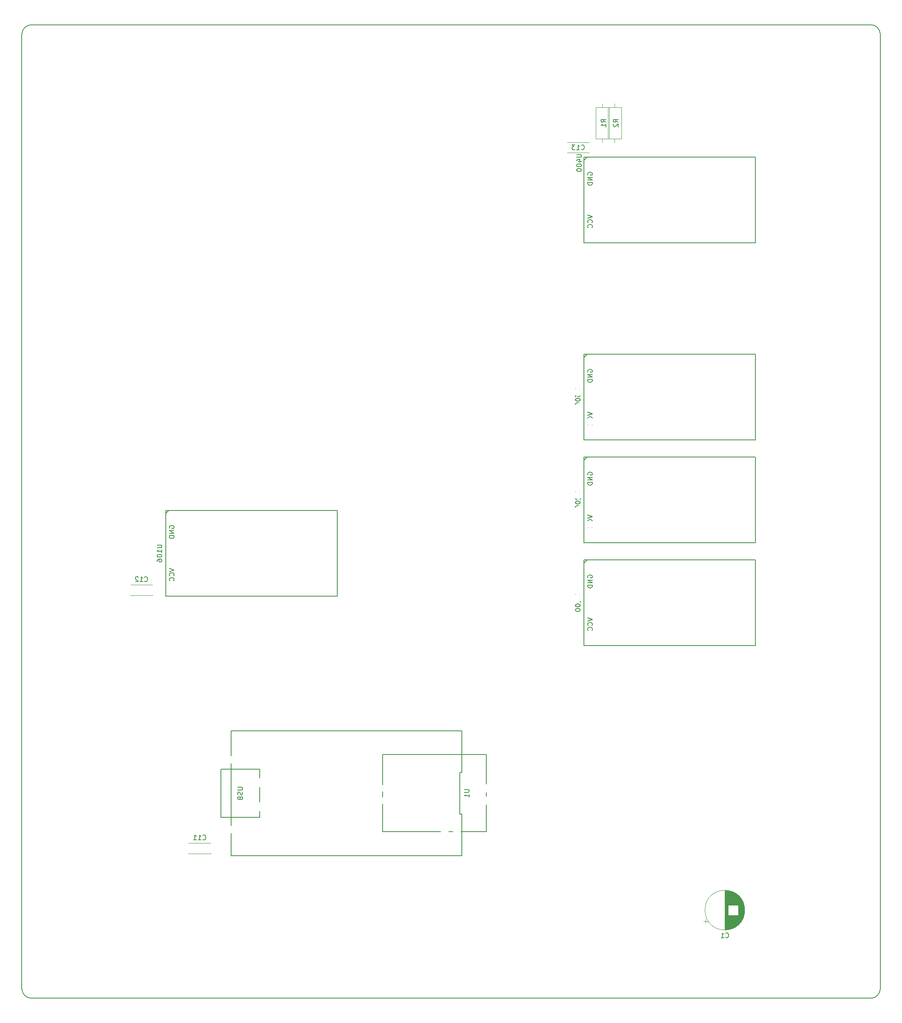
<source format=gbo>
%TF.GenerationSoftware,KiCad,Pcbnew,5.0.2-bee76a0~70~ubuntu18.10.1*%
%TF.CreationDate,2019-03-18T09:29:53+01:00*%
%TF.ProjectId,DesignData,44657369-676e-4446-9174-612e6b696361,rev?*%
%TF.SameCoordinates,PX73a20d0PYd2b6df0*%
%TF.FileFunction,Legend,Bot*%
%TF.FilePolarity,Positive*%
%FSLAX46Y46*%
G04 Gerber Fmt 4.6, Leading zero omitted, Abs format (unit mm)*
G04 Created by KiCad (PCBNEW 5.0.2-bee76a0~70~ubuntu18.10.1) date Mo 18 Mär 2019 09:29:53 CET*
%MOMM*%
%LPD*%
G01*
G04 APERTURE LIST*
%ADD10C,0.150000*%
%ADD11C,0.120000*%
%ADD12C,3.300000*%
%ADD13C,2.300000*%
%ADD14C,1.700000*%
%ADD15O,1.700000X1.700000*%
%ADD16C,1.800000*%
%ADD17R,1.700000X1.700000*%
%ADD18O,1.300000X2.100000*%
%ADD19O,1.500000X2.100000*%
G04 APERTURE END LIST*
D10*
X178000000Y2000000D02*
G75*
G02X176000000Y0I-2000000J0D01*
G01*
X176000000Y202000000D02*
G75*
G02X178000000Y200000000I0J-2000000D01*
G01*
X0Y200000000D02*
G75*
G02X2000000Y202000000I2000000J0D01*
G01*
X2000000Y0D02*
G75*
G02X0Y2000000I0J2000000D01*
G01*
X0Y200000000D02*
X0Y2000000D01*
X176000000Y202000000D02*
X2000000Y202000000D01*
X178000000Y2000000D02*
X178000000Y200000000D01*
X2000000Y0D02*
X176000000Y0D01*
D11*
%TO.C,R1*%
X120396000Y177570000D02*
X120396000Y178340000D01*
X120396000Y185650000D02*
X120396000Y184880000D01*
X119026000Y178340000D02*
X119026000Y184880000D01*
X121766000Y178340000D02*
X119026000Y178340000D01*
X121766000Y184880000D02*
X121766000Y178340000D01*
X119026000Y184880000D02*
X121766000Y184880000D01*
%TO.C,R2*%
X121566000Y184880000D02*
X124306000Y184880000D01*
X124306000Y184880000D02*
X124306000Y178340000D01*
X124306000Y178340000D02*
X121566000Y178340000D01*
X121566000Y178340000D02*
X121566000Y184880000D01*
X122936000Y185650000D02*
X122936000Y184880000D01*
X122936000Y177570000D02*
X122936000Y178340000D01*
%TO.C,C1*%
X149888000Y18288000D02*
G75*
G03X149888000Y18288000I-4120000J0D01*
G01*
X145768000Y14208000D02*
X145768000Y22368000D01*
X145808000Y14208000D02*
X145808000Y22368000D01*
X145848000Y14208000D02*
X145848000Y22368000D01*
X145888000Y14209000D02*
X145888000Y22367000D01*
X145928000Y14211000D02*
X145928000Y22365000D01*
X145968000Y14212000D02*
X145968000Y22364000D01*
X146008000Y14214000D02*
X146008000Y22362000D01*
X146048000Y14217000D02*
X146048000Y22359000D01*
X146088000Y14220000D02*
X146088000Y22356000D01*
X146128000Y14223000D02*
X146128000Y22353000D01*
X146168000Y14227000D02*
X146168000Y22349000D01*
X146208000Y14231000D02*
X146208000Y22345000D01*
X146248000Y14236000D02*
X146248000Y22340000D01*
X146288000Y14240000D02*
X146288000Y22336000D01*
X146328000Y14246000D02*
X146328000Y22330000D01*
X146368000Y14251000D02*
X146368000Y22325000D01*
X146408000Y14258000D02*
X146408000Y22318000D01*
X146448000Y14264000D02*
X146448000Y22312000D01*
X146489000Y14271000D02*
X146489000Y17248000D01*
X146489000Y19328000D02*
X146489000Y22305000D01*
X146529000Y14278000D02*
X146529000Y17248000D01*
X146529000Y19328000D02*
X146529000Y22298000D01*
X146569000Y14286000D02*
X146569000Y17248000D01*
X146569000Y19328000D02*
X146569000Y22290000D01*
X146609000Y14294000D02*
X146609000Y17248000D01*
X146609000Y19328000D02*
X146609000Y22282000D01*
X146649000Y14303000D02*
X146649000Y17248000D01*
X146649000Y19328000D02*
X146649000Y22273000D01*
X146689000Y14312000D02*
X146689000Y17248000D01*
X146689000Y19328000D02*
X146689000Y22264000D01*
X146729000Y14321000D02*
X146729000Y17248000D01*
X146729000Y19328000D02*
X146729000Y22255000D01*
X146769000Y14331000D02*
X146769000Y17248000D01*
X146769000Y19328000D02*
X146769000Y22245000D01*
X146809000Y14341000D02*
X146809000Y17248000D01*
X146809000Y19328000D02*
X146809000Y22235000D01*
X146849000Y14352000D02*
X146849000Y17248000D01*
X146849000Y19328000D02*
X146849000Y22224000D01*
X146889000Y14363000D02*
X146889000Y17248000D01*
X146889000Y19328000D02*
X146889000Y22213000D01*
X146929000Y14374000D02*
X146929000Y17248000D01*
X146929000Y19328000D02*
X146929000Y22202000D01*
X146969000Y14386000D02*
X146969000Y17248000D01*
X146969000Y19328000D02*
X146969000Y22190000D01*
X147009000Y14399000D02*
X147009000Y17248000D01*
X147009000Y19328000D02*
X147009000Y22177000D01*
X147049000Y14411000D02*
X147049000Y17248000D01*
X147049000Y19328000D02*
X147049000Y22165000D01*
X147089000Y14425000D02*
X147089000Y17248000D01*
X147089000Y19328000D02*
X147089000Y22151000D01*
X147129000Y14438000D02*
X147129000Y17248000D01*
X147129000Y19328000D02*
X147129000Y22138000D01*
X147169000Y14453000D02*
X147169000Y17248000D01*
X147169000Y19328000D02*
X147169000Y22123000D01*
X147209000Y14467000D02*
X147209000Y17248000D01*
X147209000Y19328000D02*
X147209000Y22109000D01*
X147249000Y14483000D02*
X147249000Y17248000D01*
X147249000Y19328000D02*
X147249000Y22093000D01*
X147289000Y14498000D02*
X147289000Y17248000D01*
X147289000Y19328000D02*
X147289000Y22078000D01*
X147329000Y14514000D02*
X147329000Y17248000D01*
X147329000Y19328000D02*
X147329000Y22062000D01*
X147369000Y14531000D02*
X147369000Y17248000D01*
X147369000Y19328000D02*
X147369000Y22045000D01*
X147409000Y14548000D02*
X147409000Y17248000D01*
X147409000Y19328000D02*
X147409000Y22028000D01*
X147449000Y14566000D02*
X147449000Y17248000D01*
X147449000Y19328000D02*
X147449000Y22010000D01*
X147489000Y14584000D02*
X147489000Y17248000D01*
X147489000Y19328000D02*
X147489000Y21992000D01*
X147529000Y14602000D02*
X147529000Y17248000D01*
X147529000Y19328000D02*
X147529000Y21974000D01*
X147569000Y14622000D02*
X147569000Y17248000D01*
X147569000Y19328000D02*
X147569000Y21954000D01*
X147609000Y14641000D02*
X147609000Y17248000D01*
X147609000Y19328000D02*
X147609000Y21935000D01*
X147649000Y14661000D02*
X147649000Y17248000D01*
X147649000Y19328000D02*
X147649000Y21915000D01*
X147689000Y14682000D02*
X147689000Y17248000D01*
X147689000Y19328000D02*
X147689000Y21894000D01*
X147729000Y14704000D02*
X147729000Y17248000D01*
X147729000Y19328000D02*
X147729000Y21872000D01*
X147769000Y14726000D02*
X147769000Y17248000D01*
X147769000Y19328000D02*
X147769000Y21850000D01*
X147809000Y14748000D02*
X147809000Y17248000D01*
X147809000Y19328000D02*
X147809000Y21828000D01*
X147849000Y14771000D02*
X147849000Y17248000D01*
X147849000Y19328000D02*
X147849000Y21805000D01*
X147889000Y14795000D02*
X147889000Y17248000D01*
X147889000Y19328000D02*
X147889000Y21781000D01*
X147929000Y14819000D02*
X147929000Y17248000D01*
X147929000Y19328000D02*
X147929000Y21757000D01*
X147969000Y14844000D02*
X147969000Y17248000D01*
X147969000Y19328000D02*
X147969000Y21732000D01*
X148009000Y14870000D02*
X148009000Y17248000D01*
X148009000Y19328000D02*
X148009000Y21706000D01*
X148049000Y14896000D02*
X148049000Y17248000D01*
X148049000Y19328000D02*
X148049000Y21680000D01*
X148089000Y14923000D02*
X148089000Y17248000D01*
X148089000Y19328000D02*
X148089000Y21653000D01*
X148129000Y14950000D02*
X148129000Y17248000D01*
X148129000Y19328000D02*
X148129000Y21626000D01*
X148169000Y14979000D02*
X148169000Y17248000D01*
X148169000Y19328000D02*
X148169000Y21597000D01*
X148209000Y15008000D02*
X148209000Y17248000D01*
X148209000Y19328000D02*
X148209000Y21568000D01*
X148249000Y15038000D02*
X148249000Y17248000D01*
X148249000Y19328000D02*
X148249000Y21538000D01*
X148289000Y15068000D02*
X148289000Y17248000D01*
X148289000Y19328000D02*
X148289000Y21508000D01*
X148329000Y15099000D02*
X148329000Y17248000D01*
X148329000Y19328000D02*
X148329000Y21477000D01*
X148369000Y15132000D02*
X148369000Y17248000D01*
X148369000Y19328000D02*
X148369000Y21444000D01*
X148409000Y15164000D02*
X148409000Y17248000D01*
X148409000Y19328000D02*
X148409000Y21412000D01*
X148449000Y15198000D02*
X148449000Y17248000D01*
X148449000Y19328000D02*
X148449000Y21378000D01*
X148489000Y15233000D02*
X148489000Y17248000D01*
X148489000Y19328000D02*
X148489000Y21343000D01*
X148529000Y15269000D02*
X148529000Y17248000D01*
X148529000Y19328000D02*
X148529000Y21307000D01*
X148569000Y15305000D02*
X148569000Y21271000D01*
X148609000Y15343000D02*
X148609000Y21233000D01*
X148649000Y15381000D02*
X148649000Y21195000D01*
X148689000Y15421000D02*
X148689000Y21155000D01*
X148729000Y15462000D02*
X148729000Y21114000D01*
X148769000Y15504000D02*
X148769000Y21072000D01*
X148809000Y15547000D02*
X148809000Y21029000D01*
X148849000Y15591000D02*
X148849000Y20985000D01*
X148889000Y15637000D02*
X148889000Y20939000D01*
X148929000Y15684000D02*
X148929000Y20892000D01*
X148969000Y15732000D02*
X148969000Y20844000D01*
X149009000Y15783000D02*
X149009000Y20793000D01*
X149049000Y15834000D02*
X149049000Y20742000D01*
X149089000Y15888000D02*
X149089000Y20688000D01*
X149129000Y15943000D02*
X149129000Y20633000D01*
X149169000Y16001000D02*
X149169000Y20575000D01*
X149209000Y16060000D02*
X149209000Y20516000D01*
X149249000Y16122000D02*
X149249000Y20454000D01*
X149289000Y16186000D02*
X149289000Y20390000D01*
X149329000Y16254000D02*
X149329000Y20322000D01*
X149369000Y16324000D02*
X149369000Y20252000D01*
X149409000Y16398000D02*
X149409000Y20178000D01*
X149449000Y16475000D02*
X149449000Y20101000D01*
X149489000Y16557000D02*
X149489000Y20019000D01*
X149529000Y16643000D02*
X149529000Y19933000D01*
X149569000Y16736000D02*
X149569000Y19840000D01*
X149609000Y16835000D02*
X149609000Y19741000D01*
X149649000Y16942000D02*
X149649000Y19634000D01*
X149689000Y17059000D02*
X149689000Y19517000D01*
X149729000Y17190000D02*
X149729000Y19386000D01*
X149769000Y17340000D02*
X149769000Y19236000D01*
X149809000Y17520000D02*
X149809000Y19056000D01*
X149849000Y17755000D02*
X149849000Y18821000D01*
X141358302Y15973000D02*
X142158302Y15973000D01*
X141758302Y15573000D02*
X141758302Y16373000D01*
%TO.C,C12*%
X27075000Y85779000D02*
X22535000Y85779000D01*
X27075000Y83639000D02*
X22535000Y83639000D01*
X27075000Y85779000D02*
X27075000Y85764000D01*
X27075000Y83654000D02*
X27075000Y83639000D01*
X22535000Y85779000D02*
X22535000Y85764000D01*
X22535000Y83654000D02*
X22535000Y83639000D01*
%TO.C,C13*%
X113086000Y175475000D02*
X113086000Y175460000D01*
X113086000Y177600000D02*
X113086000Y177585000D01*
X117626000Y175475000D02*
X117626000Y175460000D01*
X117626000Y177600000D02*
X117626000Y177585000D01*
X117626000Y175460000D02*
X113086000Y175460000D01*
X117626000Y177600000D02*
X113086000Y177600000D01*
%TO.C,C11*%
X39140000Y32185000D02*
X34600000Y32185000D01*
X39140000Y30045000D02*
X34600000Y30045000D01*
X39140000Y32185000D02*
X39140000Y32170000D01*
X39140000Y30060000D02*
X39140000Y30045000D01*
X34600000Y32185000D02*
X34600000Y32170000D01*
X34600000Y30060000D02*
X34600000Y30045000D01*
D10*
%TO.C,U1*%
X91270000Y29615001D02*
X43350000Y29615000D01*
X43350000Y29615000D02*
X43350000Y55474999D01*
X43350000Y55474999D02*
X91270000Y55475000D01*
X91270000Y55475000D02*
X91270000Y46855000D01*
X91270000Y46855000D02*
X90820000Y46855000D01*
X90820000Y46855000D02*
X90820000Y38235001D01*
X90820000Y38235001D02*
X91270000Y38235001D01*
X91270000Y38235001D02*
X91270000Y29615001D01*
X96310000Y50545000D02*
X74810000Y50545000D01*
X74810000Y50545000D02*
X74810000Y34545000D01*
X74810000Y34545000D02*
X96310000Y34545000D01*
X96310000Y34545000D02*
X96310000Y50545000D01*
X49310000Y47545000D02*
X41310000Y47545000D01*
X41310000Y47545000D02*
X41310000Y37545000D01*
X41310000Y37545000D02*
X49310000Y37545000D01*
X49310000Y37545000D02*
X49310000Y47545000D01*
%TO.C,U106*%
X29845000Y101219000D02*
X29845000Y83439000D01*
X29845000Y83439000D02*
X65405000Y83439000D01*
X65405000Y83439000D02*
X65405000Y101219000D01*
X65405000Y101219000D02*
X29845000Y101219000D01*
X65405000Y96139000D02*
X65405000Y88519000D01*
X30480000Y101219000D02*
X29845000Y100584000D01*
%TO.C,U300*%
X116586000Y133604000D02*
X116586000Y115824000D01*
X116586000Y115824000D02*
X152146000Y115824000D01*
X152146000Y115824000D02*
X152146000Y133604000D01*
X152146000Y133604000D02*
X116586000Y133604000D01*
X152146000Y128524000D02*
X152146000Y120904000D01*
X117221000Y133604000D02*
X116586000Y132969000D01*
%TO.C,U200*%
X116586000Y112268000D02*
X116586000Y94488000D01*
X116586000Y94488000D02*
X152146000Y94488000D01*
X152146000Y94488000D02*
X152146000Y112268000D01*
X152146000Y112268000D02*
X116586000Y112268000D01*
X152146000Y107188000D02*
X152146000Y99568000D01*
X117221000Y112268000D02*
X116586000Y111633000D01*
%TO.C,U400*%
X117221000Y174498000D02*
X116586000Y173863000D01*
X152146000Y169418000D02*
X152146000Y161798000D01*
X152146000Y174498000D02*
X116586000Y174498000D01*
X152146000Y156718000D02*
X152146000Y174498000D01*
X116586000Y156718000D02*
X152146000Y156718000D01*
X116586000Y174498000D02*
X116586000Y156718000D01*
%TO.C,U100*%
X116586000Y90932000D02*
X116586000Y73152000D01*
X116586000Y73152000D02*
X152146000Y73152000D01*
X152146000Y73152000D02*
X152146000Y90932000D01*
X152146000Y90932000D02*
X116586000Y90932000D01*
X152146000Y85852000D02*
X152146000Y78232000D01*
X117221000Y90932000D02*
X116586000Y90297000D01*
%TD*%
%TO.C,R1*%
X121102380Y181776667D02*
X120626190Y182110000D01*
X121102380Y182348096D02*
X120102380Y182348096D01*
X120102380Y181967143D01*
X120150000Y181871905D01*
X120197619Y181824286D01*
X120292857Y181776667D01*
X120435714Y181776667D01*
X120530952Y181824286D01*
X120578571Y181871905D01*
X120626190Y181967143D01*
X120626190Y182348096D01*
X121102380Y180824286D02*
X121102380Y181395715D01*
X121102380Y181110000D02*
X120102380Y181110000D01*
X120245238Y181205239D01*
X120340476Y181300477D01*
X120388095Y181395715D01*
%TO.C,R2*%
X123642380Y181776667D02*
X123166190Y182110000D01*
X123642380Y182348096D02*
X122642380Y182348096D01*
X122642380Y181967143D01*
X122690000Y181871905D01*
X122737619Y181824286D01*
X122832857Y181776667D01*
X122975714Y181776667D01*
X123070952Y181824286D01*
X123118571Y181871905D01*
X123166190Y181967143D01*
X123166190Y182348096D01*
X122737619Y181395715D02*
X122690000Y181348096D01*
X122642380Y181252858D01*
X122642380Y181014762D01*
X122690000Y180919524D01*
X122737619Y180871905D01*
X122832857Y180824286D01*
X122928095Y180824286D01*
X123070952Y180871905D01*
X123642380Y181443334D01*
X123642380Y180824286D01*
%TO.C,C1*%
X145934666Y12680858D02*
X145982285Y12633239D01*
X146125142Y12585620D01*
X146220380Y12585620D01*
X146363238Y12633239D01*
X146458476Y12728477D01*
X146506095Y12823715D01*
X146553714Y13014191D01*
X146553714Y13157048D01*
X146506095Y13347524D01*
X146458476Y13442762D01*
X146363238Y13538000D01*
X146220380Y13585620D01*
X146125142Y13585620D01*
X145982285Y13538000D01*
X145934666Y13490381D01*
X144982285Y12585620D02*
X145553714Y12585620D01*
X145268000Y12585620D02*
X145268000Y13585620D01*
X145363238Y13442762D01*
X145458476Y13347524D01*
X145553714Y13299905D01*
%TO.C,C12*%
X25447857Y86551858D02*
X25495476Y86504239D01*
X25638333Y86456620D01*
X25733571Y86456620D01*
X25876428Y86504239D01*
X25971666Y86599477D01*
X26019285Y86694715D01*
X26066904Y86885191D01*
X26066904Y87028048D01*
X26019285Y87218524D01*
X25971666Y87313762D01*
X25876428Y87409000D01*
X25733571Y87456620D01*
X25638333Y87456620D01*
X25495476Y87409000D01*
X25447857Y87361381D01*
X24495476Y86456620D02*
X25066904Y86456620D01*
X24781190Y86456620D02*
X24781190Y87456620D01*
X24876428Y87313762D01*
X24971666Y87218524D01*
X25066904Y87170905D01*
X24114523Y87361381D02*
X24066904Y87409000D01*
X23971666Y87456620D01*
X23733571Y87456620D01*
X23638333Y87409000D01*
X23590714Y87361381D01*
X23543095Y87266143D01*
X23543095Y87170905D01*
X23590714Y87028048D01*
X24162142Y86456620D01*
X23543095Y86456620D01*
%TO.C,C13*%
X115998857Y176172858D02*
X116046476Y176125239D01*
X116189333Y176077620D01*
X116284571Y176077620D01*
X116427428Y176125239D01*
X116522666Y176220477D01*
X116570285Y176315715D01*
X116617904Y176506191D01*
X116617904Y176649048D01*
X116570285Y176839524D01*
X116522666Y176934762D01*
X116427428Y177030000D01*
X116284571Y177077620D01*
X116189333Y177077620D01*
X116046476Y177030000D01*
X115998857Y176982381D01*
X115046476Y176077620D02*
X115617904Y176077620D01*
X115332190Y176077620D02*
X115332190Y177077620D01*
X115427428Y176934762D01*
X115522666Y176839524D01*
X115617904Y176791905D01*
X114713142Y177077620D02*
X114094095Y177077620D01*
X114427428Y176696667D01*
X114284571Y176696667D01*
X114189333Y176649048D01*
X114141714Y176601429D01*
X114094095Y176506191D01*
X114094095Y176268096D01*
X114141714Y176172858D01*
X114189333Y176125239D01*
X114284571Y176077620D01*
X114570285Y176077620D01*
X114665523Y176125239D01*
X114713142Y176172858D01*
%TO.C,C11*%
X37512857Y32957858D02*
X37560476Y32910239D01*
X37703333Y32862620D01*
X37798571Y32862620D01*
X37941428Y32910239D01*
X38036666Y33005477D01*
X38084285Y33100715D01*
X38131904Y33291191D01*
X38131904Y33434048D01*
X38084285Y33624524D01*
X38036666Y33719762D01*
X37941428Y33815000D01*
X37798571Y33862620D01*
X37703333Y33862620D01*
X37560476Y33815000D01*
X37512857Y33767381D01*
X36560476Y32862620D02*
X37131904Y32862620D01*
X36846190Y32862620D02*
X36846190Y33862620D01*
X36941428Y33719762D01*
X37036666Y33624524D01*
X37131904Y33576905D01*
X35608095Y32862620D02*
X36179523Y32862620D01*
X35893809Y32862620D02*
X35893809Y33862620D01*
X35989047Y33719762D01*
X36084285Y33624524D01*
X36179523Y33576905D01*
%TO.C,U1*%
X91722380Y43306905D02*
X92531904Y43306905D01*
X92627142Y43259286D01*
X92674761Y43211667D01*
X92722380Y43116429D01*
X92722380Y42925953D01*
X92674761Y42830715D01*
X92627142Y42783096D01*
X92531904Y42735477D01*
X91722380Y42735477D01*
X92722380Y41735477D02*
X92722380Y42306905D01*
X92722380Y42021191D02*
X91722380Y42021191D01*
X91865238Y42116429D01*
X91960476Y42211667D01*
X92008095Y42306905D01*
X44762380Y43806905D02*
X45571904Y43806905D01*
X45667142Y43759286D01*
X45714761Y43711667D01*
X45762380Y43616429D01*
X45762380Y43425953D01*
X45714761Y43330715D01*
X45667142Y43283096D01*
X45571904Y43235477D01*
X44762380Y43235477D01*
X45714761Y42806905D02*
X45762380Y42664048D01*
X45762380Y42425953D01*
X45714761Y42330715D01*
X45667142Y42283096D01*
X45571904Y42235477D01*
X45476666Y42235477D01*
X45381428Y42283096D01*
X45333809Y42330715D01*
X45286190Y42425953D01*
X45238571Y42616429D01*
X45190952Y42711667D01*
X45143333Y42759286D01*
X45048095Y42806905D01*
X44952857Y42806905D01*
X44857619Y42759286D01*
X44810000Y42711667D01*
X44762380Y42616429D01*
X44762380Y42378334D01*
X44810000Y42235477D01*
X45238571Y41473572D02*
X45286190Y41330715D01*
X45333809Y41283096D01*
X45429047Y41235477D01*
X45571904Y41235477D01*
X45667142Y41283096D01*
X45714761Y41330715D01*
X45762380Y41425953D01*
X45762380Y41806905D01*
X44762380Y41806905D01*
X44762380Y41473572D01*
X44810000Y41378334D01*
X44857619Y41330715D01*
X44952857Y41283096D01*
X45048095Y41283096D01*
X45143333Y41330715D01*
X45190952Y41378334D01*
X45238571Y41473572D01*
X45238571Y41806905D01*
%TO.C,U106*%
X28027380Y94043286D02*
X28836904Y94043286D01*
X28932142Y93995667D01*
X28979761Y93948048D01*
X29027380Y93852810D01*
X29027380Y93662334D01*
X28979761Y93567096D01*
X28932142Y93519477D01*
X28836904Y93471858D01*
X28027380Y93471858D01*
X29027380Y92471858D02*
X29027380Y93043286D01*
X29027380Y92757572D02*
X28027380Y92757572D01*
X28170238Y92852810D01*
X28265476Y92948048D01*
X28313095Y93043286D01*
X28027380Y91852810D02*
X28027380Y91757572D01*
X28075000Y91662334D01*
X28122619Y91614715D01*
X28217857Y91567096D01*
X28408333Y91519477D01*
X28646428Y91519477D01*
X28836904Y91567096D01*
X28932142Y91614715D01*
X28979761Y91662334D01*
X29027380Y91757572D01*
X29027380Y91852810D01*
X28979761Y91948048D01*
X28932142Y91995667D01*
X28836904Y92043286D01*
X28646428Y92090905D01*
X28408333Y92090905D01*
X28217857Y92043286D01*
X28122619Y91995667D01*
X28075000Y91948048D01*
X28027380Y91852810D01*
X28027380Y90662334D02*
X28027380Y90852810D01*
X28075000Y90948048D01*
X28122619Y90995667D01*
X28265476Y91090905D01*
X28455952Y91138524D01*
X28836904Y91138524D01*
X28932142Y91090905D01*
X28979761Y91043286D01*
X29027380Y90948048D01*
X29027380Y90757572D01*
X28979761Y90662334D01*
X28932142Y90614715D01*
X28836904Y90567096D01*
X28598809Y90567096D01*
X28503571Y90614715D01*
X28455952Y90662334D01*
X28408333Y90757572D01*
X28408333Y90948048D01*
X28455952Y91043286D01*
X28503571Y91090905D01*
X28598809Y91138524D01*
X30615000Y97535905D02*
X30567380Y97631143D01*
X30567380Y97774000D01*
X30615000Y97916858D01*
X30710238Y98012096D01*
X30805476Y98059715D01*
X30995952Y98107334D01*
X31138809Y98107334D01*
X31329285Y98059715D01*
X31424523Y98012096D01*
X31519761Y97916858D01*
X31567380Y97774000D01*
X31567380Y97678762D01*
X31519761Y97535905D01*
X31472142Y97488286D01*
X31138809Y97488286D01*
X31138809Y97678762D01*
X31567380Y97059715D02*
X30567380Y97059715D01*
X31567380Y96488286D01*
X30567380Y96488286D01*
X31567380Y96012096D02*
X30567380Y96012096D01*
X30567380Y95774000D01*
X30615000Y95631143D01*
X30710238Y95535905D01*
X30805476Y95488286D01*
X30995952Y95440667D01*
X31138809Y95440667D01*
X31329285Y95488286D01*
X31424523Y95535905D01*
X31519761Y95631143D01*
X31567380Y95774000D01*
X31567380Y96012096D01*
X30567380Y89217334D02*
X31567380Y88884000D01*
X30567380Y88550667D01*
X31472142Y87645905D02*
X31519761Y87693524D01*
X31567380Y87836381D01*
X31567380Y87931620D01*
X31519761Y88074477D01*
X31424523Y88169715D01*
X31329285Y88217334D01*
X31138809Y88264953D01*
X30995952Y88264953D01*
X30805476Y88217334D01*
X30710238Y88169715D01*
X30615000Y88074477D01*
X30567380Y87931620D01*
X30567380Y87836381D01*
X30615000Y87693524D01*
X30662619Y87645905D01*
X31472142Y86645905D02*
X31519761Y86693524D01*
X31567380Y86836381D01*
X31567380Y86931620D01*
X31519761Y87074477D01*
X31424523Y87169715D01*
X31329285Y87217334D01*
X31138809Y87264953D01*
X30995952Y87264953D01*
X30805476Y87217334D01*
X30710238Y87169715D01*
X30615000Y87074477D01*
X30567380Y86931620D01*
X30567380Y86836381D01*
X30615000Y86693524D01*
X30662619Y86645905D01*
%TO.C,U300*%
X114768380Y126428286D02*
X115577904Y126428286D01*
X115673142Y126380667D01*
X115720761Y126333048D01*
X115768380Y126237810D01*
X115768380Y126047334D01*
X115720761Y125952096D01*
X115673142Y125904477D01*
X115577904Y125856858D01*
X114768380Y125856858D01*
X114768380Y125475905D02*
X114768380Y124856858D01*
X115149333Y125190191D01*
X115149333Y125047334D01*
X115196952Y124952096D01*
X115244571Y124904477D01*
X115339809Y124856858D01*
X115577904Y124856858D01*
X115673142Y124904477D01*
X115720761Y124952096D01*
X115768380Y125047334D01*
X115768380Y125333048D01*
X115720761Y125428286D01*
X115673142Y125475905D01*
X114768380Y124237810D02*
X114768380Y124142572D01*
X114816000Y124047334D01*
X114863619Y123999715D01*
X114958857Y123952096D01*
X115149333Y123904477D01*
X115387428Y123904477D01*
X115577904Y123952096D01*
X115673142Y123999715D01*
X115720761Y124047334D01*
X115768380Y124142572D01*
X115768380Y124237810D01*
X115720761Y124333048D01*
X115673142Y124380667D01*
X115577904Y124428286D01*
X115387428Y124475905D01*
X115149333Y124475905D01*
X114958857Y124428286D01*
X114863619Y124380667D01*
X114816000Y124333048D01*
X114768380Y124237810D01*
X114768380Y123285429D02*
X114768380Y123190191D01*
X114816000Y123094953D01*
X114863619Y123047334D01*
X114958857Y122999715D01*
X115149333Y122952096D01*
X115387428Y122952096D01*
X115577904Y122999715D01*
X115673142Y123047334D01*
X115720761Y123094953D01*
X115768380Y123190191D01*
X115768380Y123285429D01*
X115720761Y123380667D01*
X115673142Y123428286D01*
X115577904Y123475905D01*
X115387428Y123523524D01*
X115149333Y123523524D01*
X114958857Y123475905D01*
X114863619Y123428286D01*
X114816000Y123380667D01*
X114768380Y123285429D01*
X117356000Y129920905D02*
X117308380Y130016143D01*
X117308380Y130159000D01*
X117356000Y130301858D01*
X117451238Y130397096D01*
X117546476Y130444715D01*
X117736952Y130492334D01*
X117879809Y130492334D01*
X118070285Y130444715D01*
X118165523Y130397096D01*
X118260761Y130301858D01*
X118308380Y130159000D01*
X118308380Y130063762D01*
X118260761Y129920905D01*
X118213142Y129873286D01*
X117879809Y129873286D01*
X117879809Y130063762D01*
X118308380Y129444715D02*
X117308380Y129444715D01*
X118308380Y128873286D01*
X117308380Y128873286D01*
X118308380Y128397096D02*
X117308380Y128397096D01*
X117308380Y128159000D01*
X117356000Y128016143D01*
X117451238Y127920905D01*
X117546476Y127873286D01*
X117736952Y127825667D01*
X117879809Y127825667D01*
X118070285Y127873286D01*
X118165523Y127920905D01*
X118260761Y128016143D01*
X118308380Y128159000D01*
X118308380Y128397096D01*
X117308380Y121602334D02*
X118308380Y121269000D01*
X117308380Y120935667D01*
X118213142Y120030905D02*
X118260761Y120078524D01*
X118308380Y120221381D01*
X118308380Y120316620D01*
X118260761Y120459477D01*
X118165523Y120554715D01*
X118070285Y120602334D01*
X117879809Y120649953D01*
X117736952Y120649953D01*
X117546476Y120602334D01*
X117451238Y120554715D01*
X117356000Y120459477D01*
X117308380Y120316620D01*
X117308380Y120221381D01*
X117356000Y120078524D01*
X117403619Y120030905D01*
X118213142Y119030905D02*
X118260761Y119078524D01*
X118308380Y119221381D01*
X118308380Y119316620D01*
X118260761Y119459477D01*
X118165523Y119554715D01*
X118070285Y119602334D01*
X117879809Y119649953D01*
X117736952Y119649953D01*
X117546476Y119602334D01*
X117451238Y119554715D01*
X117356000Y119459477D01*
X117308380Y119316620D01*
X117308380Y119221381D01*
X117356000Y119078524D01*
X117403619Y119030905D01*
%TO.C,U200*%
X114768380Y105092286D02*
X115577904Y105092286D01*
X115673142Y105044667D01*
X115720761Y104997048D01*
X115768380Y104901810D01*
X115768380Y104711334D01*
X115720761Y104616096D01*
X115673142Y104568477D01*
X115577904Y104520858D01*
X114768380Y104520858D01*
X114863619Y104092286D02*
X114816000Y104044667D01*
X114768380Y103949429D01*
X114768380Y103711334D01*
X114816000Y103616096D01*
X114863619Y103568477D01*
X114958857Y103520858D01*
X115054095Y103520858D01*
X115196952Y103568477D01*
X115768380Y104139905D01*
X115768380Y103520858D01*
X114768380Y102901810D02*
X114768380Y102806572D01*
X114816000Y102711334D01*
X114863619Y102663715D01*
X114958857Y102616096D01*
X115149333Y102568477D01*
X115387428Y102568477D01*
X115577904Y102616096D01*
X115673142Y102663715D01*
X115720761Y102711334D01*
X115768380Y102806572D01*
X115768380Y102901810D01*
X115720761Y102997048D01*
X115673142Y103044667D01*
X115577904Y103092286D01*
X115387428Y103139905D01*
X115149333Y103139905D01*
X114958857Y103092286D01*
X114863619Y103044667D01*
X114816000Y102997048D01*
X114768380Y102901810D01*
X114768380Y101949429D02*
X114768380Y101854191D01*
X114816000Y101758953D01*
X114863619Y101711334D01*
X114958857Y101663715D01*
X115149333Y101616096D01*
X115387428Y101616096D01*
X115577904Y101663715D01*
X115673142Y101711334D01*
X115720761Y101758953D01*
X115768380Y101854191D01*
X115768380Y101949429D01*
X115720761Y102044667D01*
X115673142Y102092286D01*
X115577904Y102139905D01*
X115387428Y102187524D01*
X115149333Y102187524D01*
X114958857Y102139905D01*
X114863619Y102092286D01*
X114816000Y102044667D01*
X114768380Y101949429D01*
X117356000Y108584905D02*
X117308380Y108680143D01*
X117308380Y108823000D01*
X117356000Y108965858D01*
X117451238Y109061096D01*
X117546476Y109108715D01*
X117736952Y109156334D01*
X117879809Y109156334D01*
X118070285Y109108715D01*
X118165523Y109061096D01*
X118260761Y108965858D01*
X118308380Y108823000D01*
X118308380Y108727762D01*
X118260761Y108584905D01*
X118213142Y108537286D01*
X117879809Y108537286D01*
X117879809Y108727762D01*
X118308380Y108108715D02*
X117308380Y108108715D01*
X118308380Y107537286D01*
X117308380Y107537286D01*
X118308380Y107061096D02*
X117308380Y107061096D01*
X117308380Y106823000D01*
X117356000Y106680143D01*
X117451238Y106584905D01*
X117546476Y106537286D01*
X117736952Y106489667D01*
X117879809Y106489667D01*
X118070285Y106537286D01*
X118165523Y106584905D01*
X118260761Y106680143D01*
X118308380Y106823000D01*
X118308380Y107061096D01*
X117308380Y100266334D02*
X118308380Y99933000D01*
X117308380Y99599667D01*
X118213142Y98694905D02*
X118260761Y98742524D01*
X118308380Y98885381D01*
X118308380Y98980620D01*
X118260761Y99123477D01*
X118165523Y99218715D01*
X118070285Y99266334D01*
X117879809Y99313953D01*
X117736952Y99313953D01*
X117546476Y99266334D01*
X117451238Y99218715D01*
X117356000Y99123477D01*
X117308380Y98980620D01*
X117308380Y98885381D01*
X117356000Y98742524D01*
X117403619Y98694905D01*
X118213142Y97694905D02*
X118260761Y97742524D01*
X118308380Y97885381D01*
X118308380Y97980620D01*
X118260761Y98123477D01*
X118165523Y98218715D01*
X118070285Y98266334D01*
X117879809Y98313953D01*
X117736952Y98313953D01*
X117546476Y98266334D01*
X117451238Y98218715D01*
X117356000Y98123477D01*
X117308380Y97980620D01*
X117308380Y97885381D01*
X117356000Y97742524D01*
X117403619Y97694905D01*
%TO.C,U400*%
X115022380Y175069286D02*
X115831904Y175069286D01*
X115927142Y175021667D01*
X115974761Y174974048D01*
X116022380Y174878810D01*
X116022380Y174688334D01*
X115974761Y174593096D01*
X115927142Y174545477D01*
X115831904Y174497858D01*
X115022380Y174497858D01*
X115355714Y173593096D02*
X116022380Y173593096D01*
X114974761Y173831191D02*
X115689047Y174069286D01*
X115689047Y173450239D01*
X115022380Y172878810D02*
X115022380Y172783572D01*
X115070000Y172688334D01*
X115117619Y172640715D01*
X115212857Y172593096D01*
X115403333Y172545477D01*
X115641428Y172545477D01*
X115831904Y172593096D01*
X115927142Y172640715D01*
X115974761Y172688334D01*
X116022380Y172783572D01*
X116022380Y172878810D01*
X115974761Y172974048D01*
X115927142Y173021667D01*
X115831904Y173069286D01*
X115641428Y173116905D01*
X115403333Y173116905D01*
X115212857Y173069286D01*
X115117619Y173021667D01*
X115070000Y172974048D01*
X115022380Y172878810D01*
X115022380Y171926429D02*
X115022380Y171831191D01*
X115070000Y171735953D01*
X115117619Y171688334D01*
X115212857Y171640715D01*
X115403333Y171593096D01*
X115641428Y171593096D01*
X115831904Y171640715D01*
X115927142Y171688334D01*
X115974761Y171735953D01*
X116022380Y171831191D01*
X116022380Y171926429D01*
X115974761Y172021667D01*
X115927142Y172069286D01*
X115831904Y172116905D01*
X115641428Y172164524D01*
X115403333Y172164524D01*
X115212857Y172116905D01*
X115117619Y172069286D01*
X115070000Y172021667D01*
X115022380Y171926429D01*
X117308380Y162496334D02*
X118308380Y162163000D01*
X117308380Y161829667D01*
X118213142Y160924905D02*
X118260761Y160972524D01*
X118308380Y161115381D01*
X118308380Y161210620D01*
X118260761Y161353477D01*
X118165523Y161448715D01*
X118070285Y161496334D01*
X117879809Y161543953D01*
X117736952Y161543953D01*
X117546476Y161496334D01*
X117451238Y161448715D01*
X117356000Y161353477D01*
X117308380Y161210620D01*
X117308380Y161115381D01*
X117356000Y160972524D01*
X117403619Y160924905D01*
X118213142Y159924905D02*
X118260761Y159972524D01*
X118308380Y160115381D01*
X118308380Y160210620D01*
X118260761Y160353477D01*
X118165523Y160448715D01*
X118070285Y160496334D01*
X117879809Y160543953D01*
X117736952Y160543953D01*
X117546476Y160496334D01*
X117451238Y160448715D01*
X117356000Y160353477D01*
X117308380Y160210620D01*
X117308380Y160115381D01*
X117356000Y159972524D01*
X117403619Y159924905D01*
X117356000Y170814905D02*
X117308380Y170910143D01*
X117308380Y171053000D01*
X117356000Y171195858D01*
X117451238Y171291096D01*
X117546476Y171338715D01*
X117736952Y171386334D01*
X117879809Y171386334D01*
X118070285Y171338715D01*
X118165523Y171291096D01*
X118260761Y171195858D01*
X118308380Y171053000D01*
X118308380Y170957762D01*
X118260761Y170814905D01*
X118213142Y170767286D01*
X117879809Y170767286D01*
X117879809Y170957762D01*
X118308380Y170338715D02*
X117308380Y170338715D01*
X118308380Y169767286D01*
X117308380Y169767286D01*
X118308380Y169291096D02*
X117308380Y169291096D01*
X117308380Y169053000D01*
X117356000Y168910143D01*
X117451238Y168814905D01*
X117546476Y168767286D01*
X117736952Y168719667D01*
X117879809Y168719667D01*
X118070285Y168767286D01*
X118165523Y168814905D01*
X118260761Y168910143D01*
X118308380Y169053000D01*
X118308380Y169291096D01*
%TO.C,U100*%
X114768380Y83756286D02*
X115577904Y83756286D01*
X115673142Y83708667D01*
X115720761Y83661048D01*
X115768380Y83565810D01*
X115768380Y83375334D01*
X115720761Y83280096D01*
X115673142Y83232477D01*
X115577904Y83184858D01*
X114768380Y83184858D01*
X115768380Y82184858D02*
X115768380Y82756286D01*
X115768380Y82470572D02*
X114768380Y82470572D01*
X114911238Y82565810D01*
X115006476Y82661048D01*
X115054095Y82756286D01*
X114768380Y81565810D02*
X114768380Y81470572D01*
X114816000Y81375334D01*
X114863619Y81327715D01*
X114958857Y81280096D01*
X115149333Y81232477D01*
X115387428Y81232477D01*
X115577904Y81280096D01*
X115673142Y81327715D01*
X115720761Y81375334D01*
X115768380Y81470572D01*
X115768380Y81565810D01*
X115720761Y81661048D01*
X115673142Y81708667D01*
X115577904Y81756286D01*
X115387428Y81803905D01*
X115149333Y81803905D01*
X114958857Y81756286D01*
X114863619Y81708667D01*
X114816000Y81661048D01*
X114768380Y81565810D01*
X114768380Y80613429D02*
X114768380Y80518191D01*
X114816000Y80422953D01*
X114863619Y80375334D01*
X114958857Y80327715D01*
X115149333Y80280096D01*
X115387428Y80280096D01*
X115577904Y80327715D01*
X115673142Y80375334D01*
X115720761Y80422953D01*
X115768380Y80518191D01*
X115768380Y80613429D01*
X115720761Y80708667D01*
X115673142Y80756286D01*
X115577904Y80803905D01*
X115387428Y80851524D01*
X115149333Y80851524D01*
X114958857Y80803905D01*
X114863619Y80756286D01*
X114816000Y80708667D01*
X114768380Y80613429D01*
X117356000Y87248905D02*
X117308380Y87344143D01*
X117308380Y87487000D01*
X117356000Y87629858D01*
X117451238Y87725096D01*
X117546476Y87772715D01*
X117736952Y87820334D01*
X117879809Y87820334D01*
X118070285Y87772715D01*
X118165523Y87725096D01*
X118260761Y87629858D01*
X118308380Y87487000D01*
X118308380Y87391762D01*
X118260761Y87248905D01*
X118213142Y87201286D01*
X117879809Y87201286D01*
X117879809Y87391762D01*
X118308380Y86772715D02*
X117308380Y86772715D01*
X118308380Y86201286D01*
X117308380Y86201286D01*
X118308380Y85725096D02*
X117308380Y85725096D01*
X117308380Y85487000D01*
X117356000Y85344143D01*
X117451238Y85248905D01*
X117546476Y85201286D01*
X117736952Y85153667D01*
X117879809Y85153667D01*
X118070285Y85201286D01*
X118165523Y85248905D01*
X118260761Y85344143D01*
X118308380Y85487000D01*
X118308380Y85725096D01*
X117308380Y78930334D02*
X118308380Y78597000D01*
X117308380Y78263667D01*
X118213142Y77358905D02*
X118260761Y77406524D01*
X118308380Y77549381D01*
X118308380Y77644620D01*
X118260761Y77787477D01*
X118165523Y77882715D01*
X118070285Y77930334D01*
X117879809Y77977953D01*
X117736952Y77977953D01*
X117546476Y77930334D01*
X117451238Y77882715D01*
X117356000Y77787477D01*
X117308380Y77644620D01*
X117308380Y77549381D01*
X117356000Y77406524D01*
X117403619Y77358905D01*
X118213142Y76358905D02*
X118260761Y76406524D01*
X118308380Y76549381D01*
X118308380Y76644620D01*
X118260761Y76787477D01*
X118165523Y76882715D01*
X118070285Y76930334D01*
X117879809Y76977953D01*
X117736952Y76977953D01*
X117546476Y76930334D01*
X117451238Y76882715D01*
X117356000Y76787477D01*
X117308380Y76644620D01*
X117308380Y76549381D01*
X117356000Y76406524D01*
X117403619Y76358905D01*
%TD*%
%LPC*%
D12*
%TO.C,MH18*%
X89000000Y80000000D03*
%TD*%
D13*
%TO.C,SW23*%
X62000000Y39750000D03*
X72000000Y39750000D03*
X72000000Y44750000D03*
X62000000Y44750000D03*
%TD*%
%TO.C,SW35*%
X106000000Y22750000D03*
X116000000Y22750000D03*
X116000000Y17750000D03*
X106000000Y17750000D03*
%TD*%
%TO.C,SW34*%
X84000000Y17750000D03*
X94000000Y17750000D03*
X94000000Y22750000D03*
X84000000Y22750000D03*
%TD*%
%TO.C,SW33*%
X62000000Y22750000D03*
X72000000Y22750000D03*
X72000000Y17750000D03*
X62000000Y17750000D03*
%TD*%
%TO.C,SW32*%
X40000000Y17750000D03*
X50000000Y17750000D03*
X50000000Y22750000D03*
X40000000Y22750000D03*
%TD*%
%TO.C,SW27*%
X150000000Y33750000D03*
X160000000Y33750000D03*
X160000000Y28750000D03*
X150000000Y28750000D03*
%TD*%
%TO.C,SW26*%
X128000000Y39750000D03*
X138000000Y39750000D03*
X138000000Y44750000D03*
X128000000Y44750000D03*
%TD*%
%TO.C,SW25*%
X106000000Y44750000D03*
X116000000Y44750000D03*
X116000000Y39750000D03*
X106000000Y39750000D03*
%TD*%
%TO.C,SW24*%
X84000000Y39750000D03*
X94000000Y39750000D03*
X94000000Y44750000D03*
X84000000Y44750000D03*
%TD*%
%TO.C,SW22*%
X40000000Y44750000D03*
X50000000Y44750000D03*
X50000000Y39750000D03*
X40000000Y39750000D03*
%TD*%
%TO.C,SW21*%
X18000000Y28750000D03*
X28000000Y28750000D03*
X28000000Y33750000D03*
X18000000Y33750000D03*
%TD*%
%TO.C,SW17*%
X150000000Y55750000D03*
X160000000Y55750000D03*
X160000000Y50750000D03*
X150000000Y50750000D03*
%TD*%
%TO.C,SW16*%
X128000000Y61750000D03*
X138000000Y61750000D03*
X138000000Y66750000D03*
X128000000Y66750000D03*
%TD*%
%TO.C,SW15*%
X106000000Y66750000D03*
X116000000Y66750000D03*
X116000000Y61750000D03*
X106000000Y61750000D03*
%TD*%
%TO.C,SW14*%
X84000000Y61750000D03*
X94000000Y61750000D03*
X94000000Y66750000D03*
X84000000Y66750000D03*
%TD*%
%TO.C,SW13*%
X62000000Y66750000D03*
X72000000Y66750000D03*
X72000000Y61750000D03*
X62000000Y61750000D03*
%TD*%
%TO.C,SW12*%
X40000000Y61750000D03*
X50000000Y61750000D03*
X50000000Y66750000D03*
X40000000Y66750000D03*
%TD*%
%TO.C,SW11*%
X18000000Y55750000D03*
X28000000Y55750000D03*
X28000000Y50750000D03*
X18000000Y50750000D03*
%TD*%
%TO.C,SW36*%
X128000000Y17750000D03*
X138000000Y17750000D03*
X138000000Y22750000D03*
X128000000Y22750000D03*
%TD*%
D14*
%TO.C,R811*%
X34163000Y15240000D03*
D15*
X34163000Y25400000D03*
%TD*%
%TO.C,R821*%
X56134000Y25273000D03*
D14*
X56134000Y15113000D03*
%TD*%
%TO.C,R831*%
X78105000Y15113000D03*
D15*
X78105000Y25273000D03*
%TD*%
%TO.C,R841*%
X100076000Y25273000D03*
D14*
X100076000Y15113000D03*
%TD*%
%TO.C,R851*%
X122047000Y15113000D03*
D15*
X122047000Y25273000D03*
%TD*%
D16*
%TO.C,D834*%
X90250000Y13000000D03*
X87710000Y13000000D03*
%TD*%
%TO.C,D811*%
X43710000Y27500000D03*
X46250000Y27500000D03*
%TD*%
%TO.C,D814*%
X46250000Y13000000D03*
X43710000Y13000000D03*
%TD*%
%TO.C,D821*%
X65710000Y27500000D03*
X68250000Y27500000D03*
%TD*%
%TO.C,D822*%
X74250000Y19000000D03*
X74250000Y21540000D03*
%TD*%
%TO.C,D823*%
X59750000Y21540000D03*
X59750000Y19000000D03*
%TD*%
%TO.C,D824*%
X68250000Y13000000D03*
X65710000Y13000000D03*
%TD*%
%TO.C,D831*%
X87710000Y27500000D03*
X90250000Y27500000D03*
%TD*%
%TO.C,D832*%
X96250000Y19000000D03*
X96250000Y21540000D03*
%TD*%
%TO.C,D833*%
X81750000Y21540000D03*
X81750000Y19000000D03*
%TD*%
%TO.C,D812*%
X52250000Y19000000D03*
X52250000Y21540000D03*
%TD*%
%TO.C,D841*%
X109710000Y27500000D03*
X112250000Y27500000D03*
%TD*%
%TO.C,D842*%
X118250000Y19000000D03*
X118250000Y21540000D03*
%TD*%
%TO.C,D843*%
X103750000Y21540000D03*
X103750000Y19000000D03*
%TD*%
%TO.C,D844*%
X112250000Y13000000D03*
X109710000Y13000000D03*
%TD*%
%TO.C,D851*%
X131700000Y27500000D03*
X134240000Y27500000D03*
%TD*%
%TO.C,D852*%
X140250000Y18960000D03*
X140250000Y21500000D03*
%TD*%
%TO.C,D853*%
X125750000Y21540000D03*
X125750000Y19000000D03*
%TD*%
%TO.C,D813*%
X37750000Y19000000D03*
X37750000Y21540000D03*
%TD*%
%TO.C,D854*%
X131710000Y13000000D03*
X134250000Y13000000D03*
%TD*%
D15*
%TO.C,R701*%
X12192000Y36322000D03*
D14*
X12192000Y26162000D03*
%TD*%
%TO.C,R761*%
X144018000Y26035000D03*
D15*
X144018000Y36195000D03*
%TD*%
%TO.C,R751*%
X122100000Y47244000D03*
D14*
X122100000Y37084000D03*
%TD*%
%TO.C,R741*%
X100076000Y37084000D03*
D15*
X100076000Y47244000D03*
%TD*%
%TO.C,R731*%
X78105000Y47260000D03*
D14*
X78105000Y37100000D03*
%TD*%
%TO.C,R721*%
X56134000Y37084000D03*
D15*
X56134000Y47244000D03*
%TD*%
%TO.C,R711*%
X34163000Y47244000D03*
D14*
X34163000Y37084000D03*
%TD*%
%TO.C,R661*%
X144018000Y48133000D03*
D15*
X144018000Y58293000D03*
%TD*%
D16*
%TO.C,D764*%
X156250000Y24000000D03*
X153710000Y24000000D03*
%TD*%
%TO.C,D712*%
X52250000Y43540000D03*
X52250000Y41000000D03*
%TD*%
%TO.C,D713*%
X37750000Y41000000D03*
X37750000Y43540000D03*
%TD*%
%TO.C,D714*%
X43710000Y35000000D03*
X46250000Y35000000D03*
%TD*%
%TO.C,D721*%
X68250000Y49500000D03*
X65710000Y49500000D03*
%TD*%
%TO.C,D722*%
X74250000Y43540000D03*
X74250000Y41000000D03*
%TD*%
%TO.C,D723*%
X59750000Y41010000D03*
X59750000Y43550000D03*
%TD*%
%TO.C,D724*%
X65710000Y35000000D03*
X68250000Y35000000D03*
%TD*%
%TO.C,D731*%
X90250000Y49500000D03*
X87710000Y49500000D03*
%TD*%
%TO.C,D732*%
X96250000Y43540000D03*
X96250000Y41000000D03*
%TD*%
%TO.C,D733*%
X81750000Y41000000D03*
X81750000Y43540000D03*
%TD*%
%TO.C,D662*%
X162250000Y54540000D03*
X162250000Y52000000D03*
%TD*%
%TO.C,D663*%
X147750000Y52000000D03*
X147750000Y54540000D03*
%TD*%
%TO.C,D763*%
X147750000Y32540000D03*
X147750000Y30000000D03*
%TD*%
%TO.C,D762*%
X162250000Y30000000D03*
X162250000Y32540000D03*
%TD*%
%TO.C,D761*%
X153710000Y38500000D03*
X156250000Y38500000D03*
%TD*%
%TO.C,D754*%
X134250000Y35000000D03*
X131710000Y35000000D03*
%TD*%
%TO.C,D753*%
X125750000Y43540000D03*
X125750000Y41000000D03*
%TD*%
%TO.C,D711*%
X46250000Y49500000D03*
X43710000Y49500000D03*
%TD*%
%TO.C,D741*%
X109710000Y49500000D03*
X112250000Y49500000D03*
%TD*%
%TO.C,D742*%
X118250000Y41000000D03*
X118250000Y43540000D03*
%TD*%
%TO.C,D734*%
X87710000Y35000000D03*
X90250000Y35000000D03*
%TD*%
%TO.C,D744*%
X112250000Y35000000D03*
X109710000Y35000000D03*
%TD*%
%TO.C,D704*%
X21710000Y24000000D03*
X24250000Y24000000D03*
%TD*%
%TO.C,D752*%
X140250000Y41000000D03*
X140250000Y43540000D03*
%TD*%
%TO.C,D751*%
X131710000Y49500000D03*
X134250000Y49500000D03*
%TD*%
%TO.C,D743*%
X103750000Y41000000D03*
X103750000Y43540000D03*
%TD*%
%TO.C,D661*%
X153710000Y60500000D03*
X156250000Y60500000D03*
%TD*%
%TO.C,D702*%
X30250000Y30000000D03*
X30250000Y32540000D03*
%TD*%
%TO.C,D701*%
X21710000Y38500000D03*
X24250000Y38500000D03*
%TD*%
%TO.C,D664*%
X156250000Y46000000D03*
X153710000Y46000000D03*
%TD*%
%TO.C,D703*%
X15750000Y32540000D03*
X15750000Y30000000D03*
%TD*%
%TO.C,D604*%
X24240000Y46000000D03*
X21700000Y46000000D03*
%TD*%
%TO.C,D602*%
X30250000Y52000000D03*
X30250000Y54540000D03*
%TD*%
%TO.C,D601*%
X24250000Y60500000D03*
X21710000Y60500000D03*
%TD*%
%TO.C,D633*%
X81750000Y63000000D03*
X81750000Y65540000D03*
%TD*%
%TO.C,D641*%
X112250000Y71500000D03*
X109710000Y71500000D03*
%TD*%
%TO.C,D643*%
X103750000Y63000000D03*
X103750000Y65540000D03*
%TD*%
%TO.C,D644*%
X112240000Y57000000D03*
X109700000Y57000000D03*
%TD*%
%TO.C,D651*%
X134250000Y71500000D03*
X131710000Y71500000D03*
%TD*%
%TO.C,D652*%
X140250000Y63000000D03*
X140250000Y65540000D03*
%TD*%
%TO.C,D653*%
X125750000Y63000000D03*
X125750000Y65540000D03*
%TD*%
%TO.C,D654*%
X134250000Y57000000D03*
X131710000Y57000000D03*
%TD*%
%TO.C,D603*%
X15750000Y52000000D03*
X15750000Y54540000D03*
%TD*%
%TO.C,D634*%
X90250000Y57000000D03*
X87710000Y57000000D03*
%TD*%
%TO.C,D632*%
X96250000Y63000000D03*
X96250000Y65540000D03*
%TD*%
%TO.C,D631*%
X90250000Y71500000D03*
X87710000Y71500000D03*
%TD*%
%TO.C,D624*%
X68250000Y57000000D03*
X65710000Y57000000D03*
%TD*%
%TO.C,D623*%
X59750000Y63000000D03*
X59750000Y65540000D03*
%TD*%
%TO.C,D622*%
X74250000Y63000000D03*
X74250000Y65540000D03*
%TD*%
%TO.C,D642*%
X118250000Y63000000D03*
X118250000Y65540000D03*
%TD*%
%TO.C,D621*%
X68250000Y71500000D03*
X65710000Y71500000D03*
%TD*%
%TO.C,D614*%
X46250000Y57000000D03*
X43710000Y57000000D03*
%TD*%
%TO.C,D613*%
X37750000Y63000000D03*
X37750000Y65540000D03*
%TD*%
%TO.C,D612*%
X52250000Y63000000D03*
X52250000Y65540000D03*
%TD*%
%TO.C,D611*%
X46250000Y71500000D03*
X43710000Y71500000D03*
%TD*%
D14*
%TO.C,R611*%
X34163000Y59182000D03*
D15*
X34163000Y69342000D03*
%TD*%
%TO.C,R631*%
X78105000Y69342000D03*
D14*
X78105000Y59182000D03*
%TD*%
%TO.C,R641*%
X100076000Y59182000D03*
D15*
X100076000Y69342000D03*
%TD*%
%TO.C,R651*%
X122047000Y69342000D03*
D14*
X122047000Y59182000D03*
%TD*%
%TO.C,R621*%
X56134000Y59182000D03*
D15*
X56134000Y69342000D03*
%TD*%
D14*
%TO.C,R601*%
X12192000Y48260000D03*
D15*
X12192000Y58420000D03*
%TD*%
D14*
%TO.C,D561*%
X94996000Y179578000D03*
X92456000Y179578000D03*
%TD*%
%TO.C,D562*%
X97536000Y179578000D03*
X100076000Y179578000D03*
%TD*%
%TO.C,D563*%
X105156000Y179578000D03*
X102616000Y179578000D03*
%TD*%
%TO.C,D564*%
X107696000Y179578000D03*
X110236000Y179578000D03*
%TD*%
%TO.C,D565*%
X115316000Y179578000D03*
X112776000Y179578000D03*
%TD*%
%TO.C,D571*%
X92456000Y184658000D03*
X94996000Y184658000D03*
%TD*%
%TO.C,D572*%
X100076000Y184658000D03*
X97536000Y184658000D03*
%TD*%
%TO.C,D573*%
X102616000Y184658000D03*
X105156000Y184658000D03*
%TD*%
%TO.C,D574*%
X110236000Y184658000D03*
X107696000Y184658000D03*
%TD*%
%TO.C,D575*%
X112776000Y184658000D03*
X115316000Y184658000D03*
%TD*%
D15*
%TO.C,R1*%
X120396000Y176530000D03*
D14*
X120396000Y186690000D03*
%TD*%
%TO.C,R2*%
X122936000Y186690000D03*
D15*
X122936000Y176530000D03*
%TD*%
D17*
%TO.C,C1*%
X144018000Y18288000D03*
D14*
X147518000Y18288000D03*
%TD*%
%TO.C,C12*%
X27305000Y84709000D03*
X22305000Y84709000D03*
%TD*%
%TO.C,C13*%
X112856000Y176530000D03*
X117856000Y176530000D03*
%TD*%
%TO.C,C11*%
X39370000Y31115000D03*
X34370000Y31115000D03*
%TD*%
D17*
%TO.C,D2*%
X19050000Y67310000D03*
D15*
X19050000Y77470000D03*
%TD*%
D18*
%TO.C,U1*%
X90170000Y53975000D03*
X90170000Y31115000D03*
X87630000Y53975000D03*
X87630000Y31115000D03*
X85090000Y53975000D03*
X85090000Y31115000D03*
X82550000Y53975000D03*
X82550000Y31115000D03*
X80010000Y53975000D03*
X80010000Y31115000D03*
X77470000Y53975000D03*
X77470000Y31115000D03*
X74930000Y53975000D03*
X74930000Y31115000D03*
X72390000Y53975000D03*
X72390000Y31115000D03*
X69850000Y53975000D03*
X69850000Y31115000D03*
X67310000Y53975000D03*
X67310000Y31115000D03*
X64770000Y53975000D03*
X64770000Y31115000D03*
X62230000Y53975000D03*
X62230000Y31115000D03*
X59690000Y53975000D03*
X59690000Y31115000D03*
X57150000Y53975000D03*
X57150000Y31115000D03*
X54610000Y53975000D03*
X54610000Y31115000D03*
X52070000Y53975000D03*
X52070000Y31115000D03*
X49530000Y53975000D03*
X49530000Y31115000D03*
X46990000Y53975000D03*
X46990000Y31115000D03*
X44450000Y53975000D03*
X44450000Y31115000D03*
%TD*%
D14*
%TO.C,U401*%
X92456000Y162306000D03*
X94996000Y162306000D03*
X97536000Y162306000D03*
X100076000Y162306000D03*
X102616000Y162306000D03*
X102616000Y147066000D03*
X100076000Y147066000D03*
X97536000Y147066000D03*
X94996000Y147066000D03*
X92456000Y147066000D03*
%TD*%
%TO.C,U102*%
X117856000Y98298000D03*
X120396000Y98298000D03*
X122936000Y98298000D03*
X125476000Y98298000D03*
X128016000Y98298000D03*
X128016000Y83058000D03*
X125476000Y83058000D03*
X122936000Y83058000D03*
X120396000Y83058000D03*
X117856000Y83058000D03*
%TD*%
%TO.C,U103*%
X130556000Y98298000D03*
X133096000Y98298000D03*
X135636000Y98298000D03*
X138176000Y98298000D03*
X140716000Y98298000D03*
X140716000Y83058000D03*
X138176000Y83058000D03*
X135636000Y83058000D03*
X133096000Y83058000D03*
X130556000Y83058000D03*
%TD*%
%TO.C,U104*%
X143256000Y98298000D03*
X145796000Y98298000D03*
X148336000Y98298000D03*
X150876000Y98298000D03*
X153416000Y98298000D03*
X153416000Y83058000D03*
X150876000Y83058000D03*
X148336000Y83058000D03*
X145796000Y83058000D03*
X143256000Y83058000D03*
%TD*%
%TO.C,U105*%
X155956000Y98298000D03*
X158496000Y98298000D03*
X161036000Y98298000D03*
X163576000Y98298000D03*
X166116000Y98298000D03*
X166116000Y83058000D03*
X163576000Y83058000D03*
X161036000Y83058000D03*
X158496000Y83058000D03*
X155956000Y83058000D03*
%TD*%
%TO.C,U201*%
X105156000Y119634000D03*
X107696000Y119634000D03*
X110236000Y119634000D03*
X112776000Y119634000D03*
X115316000Y119634000D03*
X115316000Y104394000D03*
X112776000Y104394000D03*
X110236000Y104394000D03*
X107696000Y104394000D03*
X105156000Y104394000D03*
%TD*%
%TO.C,U202*%
X117856000Y119634000D03*
X120396000Y119634000D03*
X122936000Y119634000D03*
X125476000Y119634000D03*
X128016000Y119634000D03*
X128016000Y104394000D03*
X125476000Y104394000D03*
X122936000Y104394000D03*
X120396000Y104394000D03*
X117856000Y104394000D03*
%TD*%
%TO.C,U203*%
X130556000Y119634000D03*
X133096000Y119634000D03*
X135636000Y119634000D03*
X138176000Y119634000D03*
X140716000Y119634000D03*
X140716000Y104394000D03*
X138176000Y104394000D03*
X135636000Y104394000D03*
X133096000Y104394000D03*
X130556000Y104394000D03*
%TD*%
%TO.C,U204*%
X143256000Y119634000D03*
X145796000Y119634000D03*
X148336000Y119634000D03*
X150876000Y119634000D03*
X153416000Y119634000D03*
X153416000Y104394000D03*
X150876000Y104394000D03*
X148336000Y104394000D03*
X145796000Y104394000D03*
X143256000Y104394000D03*
%TD*%
%TO.C,U205*%
X155956000Y119634000D03*
X158496000Y119634000D03*
X161036000Y119634000D03*
X163576000Y119634000D03*
X166116000Y119634000D03*
X166116000Y104394000D03*
X163576000Y104394000D03*
X161036000Y104394000D03*
X158496000Y104394000D03*
X155956000Y104394000D03*
%TD*%
%TO.C,U101*%
X105156000Y98298000D03*
X107696000Y98298000D03*
X110236000Y98298000D03*
X112776000Y98298000D03*
X115316000Y98298000D03*
X115316000Y83058000D03*
X112776000Y83058000D03*
X110236000Y83058000D03*
X107696000Y83058000D03*
X105156000Y83058000D03*
%TD*%
%TO.C,U301*%
X105156000Y140970000D03*
X107696000Y140970000D03*
X110236000Y140970000D03*
X112776000Y140970000D03*
X115316000Y140970000D03*
X115316000Y125730000D03*
X112776000Y125730000D03*
X110236000Y125730000D03*
X107696000Y125730000D03*
X105156000Y125730000D03*
%TD*%
%TO.C,U302*%
X117856000Y140970000D03*
X120396000Y140970000D03*
X122936000Y140970000D03*
X125476000Y140970000D03*
X128016000Y140970000D03*
X128016000Y125730000D03*
X125476000Y125730000D03*
X122936000Y125730000D03*
X120396000Y125730000D03*
X117856000Y125730000D03*
%TD*%
%TO.C,U303*%
X130556000Y140970000D03*
X133096000Y140970000D03*
X135636000Y140970000D03*
X138176000Y140970000D03*
X140716000Y140970000D03*
X140716000Y125730000D03*
X138176000Y125730000D03*
X135636000Y125730000D03*
X133096000Y125730000D03*
X130556000Y125730000D03*
%TD*%
%TO.C,U304*%
X143256000Y140970000D03*
X145796000Y140970000D03*
X148336000Y140970000D03*
X150876000Y140970000D03*
X153416000Y140970000D03*
X153416000Y125730000D03*
X150876000Y125730000D03*
X148336000Y125730000D03*
X145796000Y125730000D03*
X143256000Y125730000D03*
%TD*%
%TO.C,U305*%
X155956000Y140970000D03*
X158496000Y140970000D03*
X161036000Y140970000D03*
X163576000Y140970000D03*
X166116000Y140970000D03*
X166116000Y125730000D03*
X163576000Y125730000D03*
X161036000Y125730000D03*
X158496000Y125730000D03*
X155956000Y125730000D03*
%TD*%
%TO.C,U402*%
X105156000Y162306000D03*
X107696000Y162306000D03*
X110236000Y162306000D03*
X112776000Y162306000D03*
X115316000Y162306000D03*
X115316000Y147066000D03*
X112776000Y147066000D03*
X110236000Y147066000D03*
X107696000Y147066000D03*
X105156000Y147066000D03*
%TD*%
%TO.C,U403*%
X143256000Y162306000D03*
X145796000Y162306000D03*
X148336000Y162306000D03*
X150876000Y162306000D03*
X153416000Y162306000D03*
X153416000Y147066000D03*
X150876000Y147066000D03*
X148336000Y147066000D03*
X145796000Y147066000D03*
X143256000Y147066000D03*
%TD*%
%TO.C,U404*%
X155956000Y162306000D03*
X158496000Y162306000D03*
X161036000Y162306000D03*
X163576000Y162306000D03*
X166116000Y162306000D03*
X166116000Y147066000D03*
X163576000Y147066000D03*
X161036000Y147066000D03*
X158496000Y147066000D03*
X155956000Y147066000D03*
%TD*%
%TO.C,U405*%
X143256000Y185928000D03*
X145796000Y185928000D03*
X148336000Y185928000D03*
X150876000Y185928000D03*
X153416000Y185928000D03*
X153416000Y170688000D03*
X150876000Y170688000D03*
X148336000Y170688000D03*
X145796000Y170688000D03*
X143256000Y170688000D03*
%TD*%
%TO.C,U406*%
X155956000Y185928000D03*
X158496000Y185928000D03*
X161036000Y185928000D03*
X163576000Y185928000D03*
X166116000Y185928000D03*
X166116000Y170688000D03*
X163576000Y170688000D03*
X161036000Y170688000D03*
X158496000Y170688000D03*
X155956000Y170688000D03*
%TD*%
%TO.C,D525*%
X166116000Y165354000D03*
X163576000Y165354000D03*
%TD*%
%TO.C,D513*%
X102616000Y167640000D03*
X105156000Y167640000D03*
%TD*%
%TO.C,D514*%
X110236000Y167640000D03*
X107696000Y167640000D03*
%TD*%
%TO.C,D515*%
X112776000Y167640000D03*
X115316000Y167640000D03*
%TD*%
%TO.C,D521*%
X145796000Y165354000D03*
X143256000Y165354000D03*
%TD*%
%TO.C,D522*%
X148336000Y165354000D03*
X150876000Y165354000D03*
%TD*%
%TO.C,D523*%
X155956000Y165354000D03*
X153416000Y165354000D03*
%TD*%
%TO.C,D524*%
X158496000Y165354000D03*
X161036000Y165354000D03*
%TD*%
%TO.C,D531*%
X145796000Y167640000D03*
X143256000Y167640000D03*
%TD*%
%TO.C,D504*%
X107696000Y165354000D03*
X110236000Y165354000D03*
%TD*%
%TO.C,D533*%
X155956000Y167640000D03*
X153416000Y167640000D03*
%TD*%
%TO.C,D534*%
X158496000Y167640000D03*
X161036000Y167640000D03*
%TD*%
%TO.C,D535*%
X166116000Y167640000D03*
X163576000Y167640000D03*
%TD*%
%TO.C,D541*%
X143256000Y188976000D03*
X145796000Y188976000D03*
%TD*%
%TO.C,D543*%
X155956000Y188976000D03*
X153416000Y188976000D03*
%TD*%
%TO.C,D511*%
X92456000Y167640000D03*
X94996000Y167640000D03*
%TD*%
%TO.C,D512*%
X100076000Y167640000D03*
X97536000Y167640000D03*
%TD*%
%TO.C,D542*%
X148336000Y188976000D03*
X150876000Y188976000D03*
%TD*%
%TO.C,D505*%
X115316000Y165354000D03*
X112776000Y165354000D03*
%TD*%
%TO.C,D502*%
X97536000Y165354000D03*
X100076000Y165354000D03*
%TD*%
%TO.C,D501*%
X94996000Y165354000D03*
X92456000Y165354000D03*
%TD*%
%TO.C,D503*%
X102616000Y165354000D03*
X105156000Y165354000D03*
%TD*%
%TO.C,D544*%
X161036000Y188976000D03*
X158496000Y188976000D03*
%TD*%
%TO.C,D545*%
X163576000Y188976000D03*
X166116000Y188976000D03*
%TD*%
%TO.C,D551*%
X145796000Y191262000D03*
X143256000Y191262000D03*
%TD*%
%TO.C,D552*%
X148336000Y191262000D03*
X150876000Y191262000D03*
%TD*%
%TO.C,D553*%
X155956000Y191262000D03*
X153416000Y191262000D03*
%TD*%
%TO.C,D554*%
X158496000Y191262000D03*
X161036000Y191262000D03*
%TD*%
%TO.C,D555*%
X166116000Y191262000D03*
X163576000Y191262000D03*
%TD*%
%TO.C,D532*%
X148336000Y167640000D03*
X150876000Y167640000D03*
%TD*%
D19*
%TO.C,U106*%
X31115000Y99949000D03*
X33655000Y99949000D03*
X36195000Y99949000D03*
X38735000Y99949000D03*
X41275000Y99949000D03*
X43815000Y99949000D03*
X46355000Y99949000D03*
X48895000Y99949000D03*
X51435000Y99949000D03*
X53975000Y99949000D03*
X56515000Y99949000D03*
X36195000Y84709000D03*
X51435000Y84709000D03*
X43815000Y84709000D03*
X38735000Y84709000D03*
X46355000Y84709000D03*
X48895000Y84709000D03*
X41275000Y84709000D03*
X33655000Y84709000D03*
X31115000Y84709000D03*
X59055000Y99949000D03*
X61595000Y99949000D03*
X64135000Y99949000D03*
X61595000Y84709000D03*
X59055000Y84709000D03*
X56515000Y84709000D03*
X53975000Y84709000D03*
X64135000Y84709000D03*
%TD*%
%TO.C,U300*%
X117856000Y132334000D03*
X120396000Y132334000D03*
X122936000Y132334000D03*
X125476000Y132334000D03*
X128016000Y132334000D03*
X130556000Y132334000D03*
X133096000Y132334000D03*
X135636000Y132334000D03*
X138176000Y132334000D03*
X140716000Y132334000D03*
X143256000Y132334000D03*
X122936000Y117094000D03*
X138176000Y117094000D03*
X130556000Y117094000D03*
X125476000Y117094000D03*
X133096000Y117094000D03*
X135636000Y117094000D03*
X128016000Y117094000D03*
X120396000Y117094000D03*
X117856000Y117094000D03*
X145796000Y132334000D03*
X148336000Y132334000D03*
X150876000Y132334000D03*
X148336000Y117094000D03*
X145796000Y117094000D03*
X143256000Y117094000D03*
X140716000Y117094000D03*
X150876000Y117094000D03*
%TD*%
%TO.C,U200*%
X117856000Y110998000D03*
X120396000Y110998000D03*
X122936000Y110998000D03*
X125476000Y110998000D03*
X128016000Y110998000D03*
X130556000Y110998000D03*
X133096000Y110998000D03*
X135636000Y110998000D03*
X138176000Y110998000D03*
X140716000Y110998000D03*
X143256000Y110998000D03*
X122936000Y95758000D03*
X138176000Y95758000D03*
X130556000Y95758000D03*
X125476000Y95758000D03*
X133096000Y95758000D03*
X135636000Y95758000D03*
X128016000Y95758000D03*
X120396000Y95758000D03*
X117856000Y95758000D03*
X145796000Y110998000D03*
X148336000Y110998000D03*
X150876000Y110998000D03*
X148336000Y95758000D03*
X145796000Y95758000D03*
X143256000Y95758000D03*
X140716000Y95758000D03*
X150876000Y95758000D03*
%TD*%
%TO.C,U400*%
X150876000Y157988000D03*
X140716000Y157988000D03*
X143256000Y157988000D03*
X145796000Y157988000D03*
X148336000Y157988000D03*
X150876000Y173228000D03*
X148336000Y173228000D03*
X145796000Y173228000D03*
X117856000Y157988000D03*
X120396000Y157988000D03*
X128016000Y157988000D03*
X135636000Y157988000D03*
X133096000Y157988000D03*
X125476000Y157988000D03*
X130556000Y157988000D03*
X138176000Y157988000D03*
X122936000Y157988000D03*
X143256000Y173228000D03*
X140716000Y173228000D03*
X138176000Y173228000D03*
X135636000Y173228000D03*
X133096000Y173228000D03*
X130556000Y173228000D03*
X128016000Y173228000D03*
X125476000Y173228000D03*
X122936000Y173228000D03*
X120396000Y173228000D03*
X117856000Y173228000D03*
%TD*%
%TO.C,U100*%
X117856000Y89662000D03*
X120396000Y89662000D03*
X122936000Y89662000D03*
X125476000Y89662000D03*
X128016000Y89662000D03*
X130556000Y89662000D03*
X133096000Y89662000D03*
X135636000Y89662000D03*
X138176000Y89662000D03*
X140716000Y89662000D03*
X143256000Y89662000D03*
X122936000Y74422000D03*
X138176000Y74422000D03*
X130556000Y74422000D03*
X125476000Y74422000D03*
X133096000Y74422000D03*
X135636000Y74422000D03*
X128016000Y74422000D03*
X120396000Y74422000D03*
X117856000Y74422000D03*
X145796000Y89662000D03*
X148336000Y89662000D03*
X150876000Y89662000D03*
X148336000Y74422000D03*
X145796000Y74422000D03*
X143256000Y74422000D03*
X140716000Y74422000D03*
X150876000Y74422000D03*
%TD*%
D14*
%TO.C,D57*%
X70485000Y120650000D03*
X70485000Y123190000D03*
%TD*%
%TO.C,D55*%
X55245000Y123190000D03*
X55245000Y120650000D03*
%TD*%
%TO.C,D54*%
X41910000Y120650000D03*
X41910000Y123190000D03*
%TD*%
%TO.C,D53*%
X34290000Y123190000D03*
X34290000Y120650000D03*
%TD*%
%TO.C,D51*%
X19050000Y120650000D03*
X19050000Y123190000D03*
%TD*%
%TO.C,D52*%
X26670000Y123190000D03*
X26670000Y120650000D03*
%TD*%
%TO.C,D56*%
X62865000Y120650000D03*
X62865000Y123190000D03*
%TD*%
%TO.C,D67*%
X70485000Y108585000D03*
X70485000Y106045000D03*
%TD*%
%TO.C,D66*%
X62865000Y106045000D03*
X62865000Y108585000D03*
%TD*%
%TO.C,D65*%
X55245000Y108585000D03*
X55245000Y106045000D03*
%TD*%
%TO.C,D68*%
X78105000Y106045000D03*
X78105000Y108585000D03*
%TD*%
%TO.C,D78*%
X78105000Y93345000D03*
X78105000Y90805000D03*
%TD*%
%TO.C,D77*%
X70485000Y90805000D03*
X70485000Y93345000D03*
%TD*%
%TO.C,D76*%
X62865000Y93345000D03*
X62865000Y90805000D03*
%TD*%
%TO.C,D75*%
X55245000Y90805000D03*
X55245000Y93345000D03*
%TD*%
%TO.C,D74*%
X41910000Y93345000D03*
X41910000Y90805000D03*
%TD*%
%TO.C,D73*%
X34290000Y90805000D03*
X34290000Y93345000D03*
%TD*%
%TO.C,D72*%
X26670000Y93345000D03*
X26670000Y90805000D03*
%TD*%
%TO.C,D71*%
X19050000Y90805000D03*
X19050000Y93345000D03*
%TD*%
%TO.C,D64*%
X41910000Y108585000D03*
X41910000Y106045000D03*
%TD*%
%TO.C,D63*%
X34290000Y106045000D03*
X34290000Y108585000D03*
%TD*%
%TO.C,D62*%
X26670000Y108585000D03*
X26670000Y106045000D03*
%TD*%
%TO.C,D61*%
X19050000Y106045000D03*
X19050000Y108585000D03*
%TD*%
%TO.C,D58*%
X78105000Y123190000D03*
X78105000Y120650000D03*
%TD*%
D17*
%TO.C,D3*%
X13970000Y67310000D03*
D15*
X13970000Y77470000D03*
%TD*%
%TO.C,D1*%
X24130000Y77470000D03*
D17*
X24130000Y67310000D03*
%TD*%
D14*
%TO.C,D34*%
X41910000Y151130000D03*
X41910000Y153670000D03*
%TD*%
%TO.C,D45*%
X55245000Y138430000D03*
X55245000Y135890000D03*
%TD*%
%TO.C,D35*%
X55245000Y151130000D03*
X55245000Y153670000D03*
%TD*%
%TO.C,D36*%
X62865000Y153670000D03*
X62865000Y151130000D03*
%TD*%
%TO.C,D37*%
X70485000Y151130000D03*
X70485000Y153670000D03*
%TD*%
%TO.C,D38*%
X78105000Y153670000D03*
X78105000Y151130000D03*
%TD*%
%TO.C,D41*%
X19050000Y135890000D03*
X19050000Y138430000D03*
%TD*%
%TO.C,D42*%
X26670000Y138430000D03*
X26670000Y135890000D03*
%TD*%
%TO.C,D43*%
X34290000Y135890000D03*
X34290000Y138430000D03*
%TD*%
%TO.C,D44*%
X41910000Y138430000D03*
X41910000Y135890000D03*
%TD*%
%TO.C,D46*%
X62865000Y135890000D03*
X62865000Y138430000D03*
%TD*%
%TO.C,D47*%
X70485000Y138430000D03*
X70485000Y135890000D03*
%TD*%
%TO.C,D48*%
X78105000Y135890000D03*
X78105000Y138430000D03*
%TD*%
%TO.C,D33*%
X34290000Y153670000D03*
X34290000Y151130000D03*
%TD*%
%TO.C,D22*%
X26670000Y165735000D03*
X26670000Y168275000D03*
%TD*%
%TO.C,D21*%
X19050000Y168275000D03*
X19050000Y165735000D03*
%TD*%
%TO.C,D23*%
X34290000Y165735000D03*
X34290000Y168275000D03*
%TD*%
%TO.C,D24*%
X41910000Y168275000D03*
X41910000Y165735000D03*
%TD*%
%TO.C,D25*%
X55245000Y165735000D03*
X55245000Y168275000D03*
%TD*%
%TO.C,D26*%
X62865000Y168275000D03*
X62865000Y165735000D03*
%TD*%
%TO.C,D27*%
X70485000Y165735000D03*
X70485000Y168275000D03*
%TD*%
%TO.C,D28*%
X78105000Y168275000D03*
X78105000Y165735000D03*
%TD*%
%TO.C,D31*%
X19050000Y151130000D03*
X19050000Y153670000D03*
%TD*%
%TO.C,D32*%
X26670000Y153670000D03*
X26670000Y151130000D03*
%TD*%
D12*
%TO.C,MH17*%
X174700000Y3100000D03*
%TD*%
%TO.C,MH12*%
X2900000Y80000000D03*
%TD*%
%TO.C,MH15*%
X174700000Y199200000D03*
%TD*%
%TO.C,MH14*%
X89000000Y199200000D03*
%TD*%
%TO.C,MH16*%
X175100000Y80000000D03*
%TD*%
%TO.C,MH13*%
X3300000Y199200000D03*
%TD*%
%TO.C,MH11*%
X3300000Y3100000D03*
%TD*%
D14*
%TO.C,D18*%
X78105000Y180975000D03*
X78105000Y183515000D03*
%TD*%
%TO.C,D11*%
X19050000Y183515000D03*
X19050000Y180975000D03*
%TD*%
%TO.C,D12*%
X26670000Y180975000D03*
X26670000Y183515000D03*
%TD*%
%TO.C,D13*%
X34290000Y183515000D03*
X34290000Y180975000D03*
%TD*%
%TO.C,D14*%
X41910000Y180975000D03*
X41910000Y183515000D03*
%TD*%
%TO.C,D15*%
X55245000Y183515000D03*
X55245000Y180975000D03*
%TD*%
%TO.C,D16*%
X62865000Y180975000D03*
X62865000Y183515000D03*
%TD*%
%TO.C,D17*%
X70485000Y183515000D03*
X70485000Y180975000D03*
%TD*%
%TO.C,D412*%
X97790000Y144018000D03*
X100330000Y144018000D03*
%TD*%
%TO.C,D216*%
X120650000Y101346000D03*
X118110000Y101346000D03*
%TD*%
%TO.C,D215*%
X113030000Y101346000D03*
X115570000Y101346000D03*
%TD*%
%TO.C,D214*%
X105410000Y101346000D03*
X102870000Y101346000D03*
%TD*%
%TO.C,D213*%
X107950000Y101346000D03*
X110490000Y101346000D03*
%TD*%
%TO.C,D212*%
X100330000Y101346000D03*
X97790000Y101346000D03*
%TD*%
%TO.C,D211*%
X92710000Y101346000D03*
X95250000Y101346000D03*
%TD*%
%TO.C,D204*%
X97790000Y106934000D03*
X97790000Y109474000D03*
%TD*%
%TO.C,D203*%
X97790000Y114554000D03*
X97790000Y117094000D03*
%TD*%
%TO.C,D202*%
X101854000Y112014000D03*
X99314000Y112014000D03*
%TD*%
%TO.C,D201*%
X96266000Y112014000D03*
X93726000Y112014000D03*
%TD*%
%TO.C,D413*%
X107950000Y144018000D03*
X110490000Y144018000D03*
%TD*%
%TO.C,D425*%
X163830000Y144018000D03*
X166370000Y144018000D03*
%TD*%
%TO.C,D424*%
X161290000Y144018000D03*
X158750000Y144018000D03*
%TD*%
%TO.C,D423*%
X153670000Y144018000D03*
X156210000Y144018000D03*
%TD*%
%TO.C,D422*%
X146050000Y144018000D03*
X143510000Y144018000D03*
%TD*%
%TO.C,D421*%
X148590000Y144018000D03*
X151130000Y144018000D03*
%TD*%
%TO.C,D420*%
X140970000Y144018000D03*
X138430000Y144018000D03*
%TD*%
%TO.C,D419*%
X133350000Y144018000D03*
X135890000Y144018000D03*
%TD*%
%TO.C,D417*%
X128270000Y144018000D03*
X130810000Y144018000D03*
%TD*%
%TO.C,D416*%
X120650000Y144018000D03*
X118110000Y144018000D03*
%TD*%
%TO.C,D415*%
X113030000Y144018000D03*
X115570000Y144018000D03*
%TD*%
%TO.C,D414*%
X105410000Y144018000D03*
X102870000Y144018000D03*
%TD*%
%TO.C,D418*%
X123190000Y144018000D03*
X125730000Y144018000D03*
%TD*%
%TO.C,D320*%
X140970000Y122682000D03*
X138430000Y122682000D03*
%TD*%
%TO.C,D319*%
X133350000Y122682000D03*
X135890000Y122682000D03*
%TD*%
%TO.C,D318*%
X125730000Y122682000D03*
X123190000Y122682000D03*
%TD*%
%TO.C,D317*%
X128270000Y122682000D03*
X130810000Y122682000D03*
%TD*%
%TO.C,D316*%
X120650000Y122682000D03*
X118110000Y122682000D03*
%TD*%
%TO.C,D315*%
X113030000Y122682000D03*
X115570000Y122682000D03*
%TD*%
%TO.C,D314*%
X105410000Y122682000D03*
X102870000Y122682000D03*
%TD*%
%TO.C,D313*%
X107950000Y122682000D03*
X110490000Y122682000D03*
%TD*%
%TO.C,D311*%
X95250000Y122682000D03*
X92710000Y122682000D03*
%TD*%
%TO.C,D304*%
X97790000Y130810000D03*
X97790000Y128270000D03*
%TD*%
%TO.C,D321*%
X151130000Y122682000D03*
X148590000Y122682000D03*
%TD*%
%TO.C,D302*%
X99314000Y133350000D03*
X101854000Y133350000D03*
%TD*%
%TO.C,D301*%
X93726000Y133350000D03*
X96266000Y133350000D03*
%TD*%
%TO.C,D225*%
X163830000Y101346000D03*
X166370000Y101346000D03*
%TD*%
%TO.C,D224*%
X161290000Y101346000D03*
X158750000Y101346000D03*
%TD*%
%TO.C,D223*%
X153670000Y101346000D03*
X156210000Y101346000D03*
%TD*%
%TO.C,D222*%
X146050000Y101346000D03*
X143510000Y101346000D03*
%TD*%
%TO.C,D221*%
X148590000Y101346000D03*
X151130000Y101346000D03*
%TD*%
%TO.C,D220*%
X140970000Y101346000D03*
X138430000Y101346000D03*
%TD*%
%TO.C,D219*%
X133350000Y101346000D03*
X135890000Y101346000D03*
%TD*%
%TO.C,D218*%
X125730000Y101346000D03*
X123190000Y101346000D03*
%TD*%
%TO.C,D303*%
X97790000Y135890000D03*
X97790000Y138430000D03*
%TD*%
%TO.C,D104*%
X98044000Y88138000D03*
X98044000Y85598000D03*
%TD*%
%TO.C,D103*%
X98044000Y95758000D03*
X98044000Y93218000D03*
%TD*%
%TO.C,D217*%
X128143000Y101346000D03*
X130683000Y101346000D03*
%TD*%
%TO.C,D102*%
X102108000Y90678000D03*
X99568000Y90678000D03*
%TD*%
%TO.C,D101*%
X96520000Y90678000D03*
X93980000Y90678000D03*
%TD*%
%TO.C,D312*%
X100330000Y122682000D03*
X97790000Y122682000D03*
%TD*%
%TO.C,D411*%
X92710000Y144018000D03*
X95250000Y144018000D03*
%TD*%
%TO.C,D325*%
X166370000Y122682000D03*
X163830000Y122682000D03*
%TD*%
%TO.C,D324*%
X158750000Y122682000D03*
X161290000Y122682000D03*
%TD*%
%TO.C,D323*%
X156210000Y122682000D03*
X153670000Y122682000D03*
%TD*%
%TO.C,D322*%
X143510000Y122682000D03*
X146050000Y122682000D03*
%TD*%
M02*

</source>
